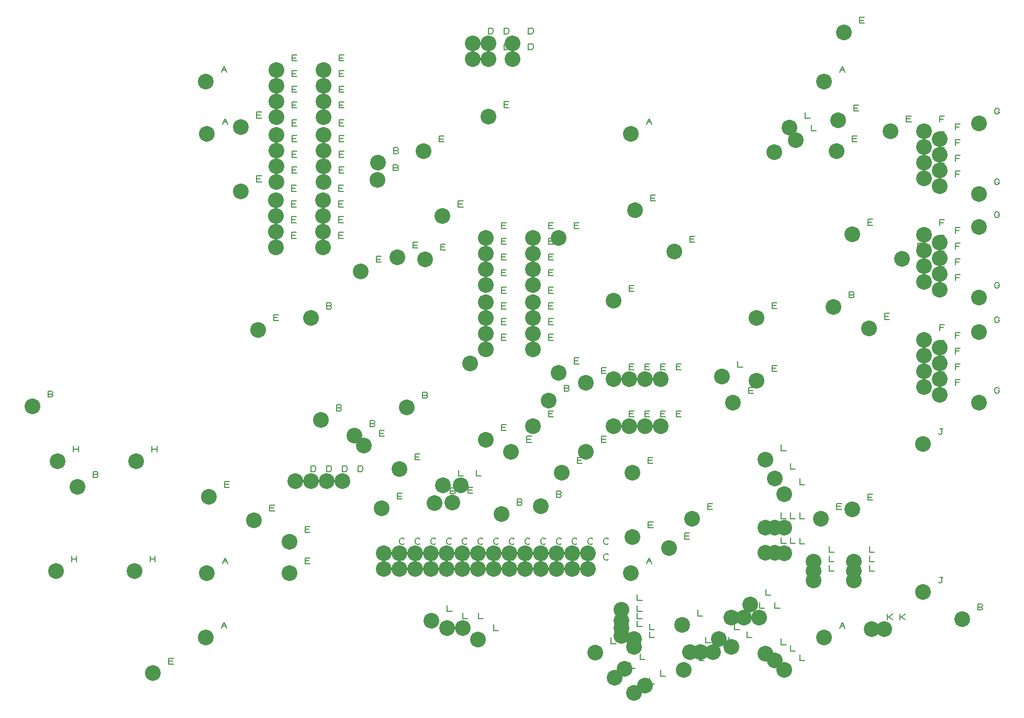
<source format=gbr>
%FSLAX23Y23*%
%MOIN*%
G04 EasyPC Gerber Version 14.0.2 Build 2922 *
%ADD18C,0.00500*%
%ADD83C,0.10000*%
X0Y0D02*
D02*
D18*
X377Y2089D02*
X383Y2086D01*
X386Y2080*
X383Y2074*
X377Y2071*
X355*
Y2108*
X377*
X383Y2105*
X386Y2099*
X383Y2092*
X377Y2089*
X355*
X505Y1021D02*
Y1058D01*
Y1039D02*
X536D01*
Y1021D02*
Y1058D01*
X518Y1721D02*
Y1758D01*
Y1739D02*
X549D01*
Y1721D02*
Y1758D01*
X665Y1577D02*
X671Y1574D01*
X674Y1567*
X671Y1561*
X665Y1558*
X643*
Y1596*
X665*
X671Y1592*
X674Y1586*
X671Y1580*
X665Y1577*
X643*
X1005Y1021D02*
Y1058D01*
Y1039D02*
X1036D01*
Y1021D02*
Y1058D01*
X1018Y1721D02*
Y1758D01*
Y1739D02*
X1049D01*
Y1721D02*
Y1758D01*
X1124Y369D02*
Y406D01*
X1156*
X1149Y388D02*
X1124D01*
Y369D02*
X1156D01*
X1461Y598D02*
X1476Y635D01*
X1492Y598*
X1467Y613D02*
X1486D01*
X1461Y4141D02*
X1476Y4178D01*
X1492Y4141*
X1467Y4156D02*
X1486D01*
X1468Y1008D02*
X1483Y1046D01*
X1499Y1008*
X1474Y1024D02*
X1493D01*
X1468Y3808D02*
X1483Y3846D01*
X1499Y3808*
X1474Y3824D02*
X1493D01*
X1480Y1496D02*
Y1533D01*
X1511*
X1505Y1514D02*
X1480D01*
Y1496D02*
X1511D01*
X1683Y3442D02*
Y3480D01*
X1715*
X1708Y3461D02*
X1683D01*
Y3442D02*
X1715D01*
X1683Y3849D02*
Y3887D01*
X1715*
X1708Y3868D02*
X1683D01*
Y3849D02*
X1715D01*
X1768Y1346D02*
Y1383D01*
X1799*
X1793Y1364D02*
X1768D01*
Y1346D02*
X1799D01*
X1793Y2558D02*
Y2596D01*
X1824*
X1818Y2577D02*
X1793D01*
Y2558D02*
X1824D01*
X1905Y3083D02*
Y3121D01*
X1936*
X1930Y3102D02*
X1905D01*
Y3083D02*
X1936D01*
X1905Y3183D02*
Y3221D01*
X1936*
X1930Y3202D02*
X1905D01*
Y3183D02*
X1936D01*
X1905Y3283D02*
Y3321D01*
X1936*
X1930Y3302D02*
X1905D01*
Y3283D02*
X1936D01*
X1905Y3383D02*
Y3421D01*
X1936*
X1930Y3402D02*
X1905D01*
Y3383D02*
X1936D01*
X1909Y3499D02*
Y3537D01*
X1940*
X1934Y3518D02*
X1909D01*
Y3499D02*
X1940D01*
X1909Y3599D02*
Y3637D01*
X1940*
X1934Y3618D02*
X1909D01*
Y3599D02*
X1940D01*
X1909Y3699D02*
Y3737D01*
X1940*
X1934Y3718D02*
X1909D01*
Y3699D02*
X1940D01*
X1909Y3799D02*
Y3837D01*
X1940*
X1934Y3818D02*
X1909D01*
Y3799D02*
X1940D01*
X1909Y3914D02*
Y3952D01*
X1940*
X1934Y3933D02*
X1909D01*
Y3914D02*
X1940D01*
X1909Y4014D02*
Y4052D01*
X1940*
X1934Y4033D02*
X1909D01*
Y4014D02*
X1940D01*
X1909Y4114D02*
Y4152D01*
X1940*
X1934Y4133D02*
X1909D01*
Y4114D02*
X1940D01*
X1909Y4214D02*
Y4252D01*
X1940*
X1934Y4233D02*
X1909D01*
Y4214D02*
X1940D01*
X1993Y1008D02*
Y1046D01*
X2024*
X2018Y1027D02*
X1993D01*
Y1008D02*
X2024D01*
X1993Y1208D02*
Y1246D01*
X2024*
X2018Y1227D02*
X1993D01*
Y1208D02*
X2024D01*
X2030Y1596D02*
Y1633D01*
X2049*
X2055Y1630*
X2058Y1627*
X2061Y1621*
Y1608*
X2058Y1602*
X2055Y1599*
X2049Y1596*
X2030*
X2130D02*
Y1633D01*
X2149*
X2155Y1630*
X2158Y1627*
X2161Y1621*
Y1608*
X2158Y1602*
X2155Y1599*
X2149Y1596*
X2130*
X2152Y2652D02*
X2158Y2649D01*
X2161Y2642*
X2158Y2636*
X2152Y2633*
X2130*
Y2671*
X2152*
X2158Y2667*
X2161Y2661*
X2158Y2655*
X2152Y2652*
X2130*
X2215Y2002D02*
X2221Y1999D01*
X2224Y1992*
X2221Y1986*
X2215Y1983*
X2193*
Y2021*
X2215*
X2221Y2017*
X2224Y2011*
X2221Y2005*
X2215Y2002*
X2193*
X2205Y3083D02*
Y3121D01*
X2236*
X2230Y3102D02*
X2205D01*
Y3083D02*
X2236D01*
X2205Y3183D02*
Y3221D01*
X2236*
X2230Y3202D02*
X2205D01*
Y3183D02*
X2236D01*
X2205Y3283D02*
Y3321D01*
X2236*
X2230Y3302D02*
X2205D01*
Y3283D02*
X2236D01*
X2205Y3383D02*
Y3421D01*
X2236*
X2230Y3402D02*
X2205D01*
Y3383D02*
X2236D01*
X2209Y3499D02*
Y3537D01*
X2240*
X2234Y3518D02*
X2209D01*
Y3499D02*
X2240D01*
X2209Y3599D02*
Y3637D01*
X2240*
X2234Y3618D02*
X2209D01*
Y3599D02*
X2240D01*
X2209Y3699D02*
Y3737D01*
X2240*
X2234Y3718D02*
X2209D01*
Y3699D02*
X2240D01*
X2209Y3799D02*
Y3837D01*
X2240*
X2234Y3818D02*
X2209D01*
Y3799D02*
X2240D01*
X2209Y3914D02*
Y3952D01*
X2240*
X2234Y3933D02*
X2209D01*
Y3914D02*
X2240D01*
X2209Y4014D02*
Y4052D01*
X2240*
X2234Y4033D02*
X2209D01*
Y4014D02*
X2240D01*
X2209Y4114D02*
Y4152D01*
X2240*
X2234Y4133D02*
X2209D01*
Y4114D02*
X2240D01*
X2209Y4214D02*
Y4252D01*
X2240*
X2234Y4233D02*
X2209D01*
Y4214D02*
X2240D01*
X2230Y1596D02*
Y1633D01*
X2249*
X2255Y1630*
X2258Y1627*
X2261Y1621*
Y1608*
X2258Y1602*
X2255Y1599*
X2249Y1596*
X2230*
X2330D02*
Y1633D01*
X2349*
X2355Y1630*
X2358Y1627*
X2361Y1621*
Y1608*
X2358Y1602*
X2355Y1599*
X2349Y1596*
X2330*
X2427Y1902D02*
X2433Y1899D01*
X2436Y1892*
X2433Y1886*
X2427Y1883*
X2405*
Y1921*
X2427*
X2433Y1917*
X2436Y1911*
X2433Y1905*
X2427Y1902*
X2405*
X2445Y2930D02*
Y2968D01*
X2476*
X2470Y2949D02*
X2445D01*
Y2930D02*
X2476D01*
X2465Y1820D02*
Y1857D01*
X2496*
X2490Y1839D02*
X2465D01*
Y1820D02*
X2496D01*
X2575Y3533D02*
X2582Y3530D01*
X2585Y3524*
X2582Y3518*
X2575Y3515*
X2553*
Y3552*
X2575*
X2582Y3549*
X2585Y3543*
X2582Y3537*
X2575Y3533*
X2553*
X2577Y3642D02*
X2583Y3639D01*
X2587Y3632*
X2583Y3626*
X2577Y3623*
X2555*
Y3661*
X2577*
X2583Y3657*
X2587Y3651*
X2583Y3645*
X2577Y3642*
X2555*
X2580Y1421D02*
Y1458D01*
X2611*
X2605Y1439D02*
X2580D01*
Y1421D02*
X2611D01*
X2624Y1039D02*
X2621Y1036D01*
X2615Y1033*
X2605*
X2599Y1036*
X2596Y1039*
X2593Y1046*
Y1058*
X2596Y1064*
X2599Y1067*
X2605Y1071*
X2615*
X2621Y1067*
X2624Y1064*
Y1139D02*
X2621Y1136D01*
X2615Y1133*
X2605*
X2599Y1136*
X2596Y1139*
X2593Y1146*
Y1158*
X2596Y1164*
X2599Y1167*
X2605Y1171*
X2615*
X2621Y1167*
X2624Y1164*
X2680Y3021D02*
Y3058D01*
X2711*
X2705Y3039D02*
X2680D01*
Y3021D02*
X2711D01*
X2724Y1039D02*
X2721Y1036D01*
X2715Y1033*
X2705*
X2699Y1036*
X2696Y1039*
X2693Y1046*
Y1058*
X2696Y1064*
X2699Y1067*
X2705Y1071*
X2715*
X2721Y1067*
X2724Y1064*
Y1139D02*
X2721Y1136D01*
X2715Y1133*
X2705*
X2699Y1136*
X2696Y1139*
X2693Y1146*
Y1158*
X2696Y1164*
X2699Y1167*
X2705Y1171*
X2715*
X2721Y1167*
X2724Y1164*
X2693Y1671D02*
Y1708D01*
X2724*
X2718Y1689D02*
X2693D01*
Y1671D02*
X2724D01*
X2762Y2083D02*
X2768Y2080D01*
X2772Y2073*
X2768Y2067*
X2762Y2064*
X2740*
Y2102*
X2762*
X2768Y2098*
X2772Y2092*
X2768Y2086*
X2762Y2083*
X2740*
X2824Y1039D02*
X2821Y1036D01*
X2815Y1033*
X2805*
X2799Y1036*
X2796Y1039*
X2793Y1046*
Y1058*
X2796Y1064*
X2799Y1067*
X2805Y1071*
X2815*
X2821Y1067*
X2824Y1064*
Y1139D02*
X2821Y1136D01*
X2815Y1133*
X2805*
X2799Y1136*
X2796Y1139*
X2793Y1146*
Y1158*
X2796Y1164*
X2799Y1167*
X2805Y1171*
X2815*
X2821Y1167*
X2824Y1164*
X2847Y3697D02*
Y3734D01*
X2878*
X2872Y3715D02*
X2847D01*
Y3697D02*
X2878D01*
X2855Y3008D02*
Y3046D01*
X2886*
X2880Y3027D02*
X2855D01*
Y3008D02*
X2886D01*
X2924Y1039D02*
X2921Y1036D01*
X2915Y1033*
X2905*
X2899Y1036*
X2896Y1039*
X2893Y1046*
Y1058*
X2896Y1064*
X2899Y1067*
X2905Y1071*
X2915*
X2921Y1067*
X2924Y1064*
Y1139D02*
X2921Y1136D01*
X2915Y1133*
X2905*
X2899Y1136*
X2896Y1139*
X2893Y1146*
Y1158*
X2896Y1164*
X2899Y1167*
X2905Y1171*
X2915*
X2921Y1167*
X2924Y1164*
X2898Y742D02*
Y705D01*
X2929*
X2939Y1473D02*
X2946Y1469D01*
X2949Y1463*
X2946Y1457*
X2939Y1454*
X2917*
Y1491*
X2939*
X2946Y1488*
X2949Y1482*
X2946Y1476*
X2939Y1473*
X2917*
X2968Y3283D02*
Y3321D01*
X2999*
X2993Y3302D02*
X2968D01*
Y3283D02*
X2999D01*
X2969Y1605D02*
Y1568D01*
X3000*
X3024Y1039D02*
X3021Y1036D01*
X3015Y1033*
X3005*
X2999Y1036*
X2996Y1039*
X2993Y1046*
Y1058*
X2996Y1064*
X2999Y1067*
X3005Y1071*
X3015*
X3021Y1067*
X3024Y1064*
Y1139D02*
X3021Y1136D01*
X3015Y1133*
X3005*
X2999Y1136*
X2996Y1139*
X2993Y1146*
Y1158*
X2996Y1164*
X2999Y1167*
X3005Y1171*
X3015*
X3021Y1167*
X3024Y1164*
X2996Y696D02*
Y659D01*
X3027*
X3030Y1458D02*
Y1496D01*
X3061*
X3055Y1477D02*
X3030D01*
Y1458D02*
X3061D01*
X3083Y1605D02*
Y1568D01*
X3114*
X3124Y1039D02*
X3121Y1036D01*
X3115Y1033*
X3105*
X3099Y1036*
X3096Y1039*
X3093Y1046*
Y1058*
X3096Y1064*
X3099Y1067*
X3105Y1071*
X3115*
X3121Y1067*
X3124Y1064*
Y1139D02*
X3121Y1136D01*
X3115Y1133*
X3105*
X3099Y1136*
X3096Y1139*
X3093Y1146*
Y1158*
X3096Y1164*
X3099Y1167*
X3105Y1171*
X3115*
X3121Y1167*
X3124Y1164*
X3095Y694D02*
Y657D01*
X3126*
X3143Y2346D02*
Y2383D01*
X3174*
X3168Y2364D02*
X3143D01*
Y2346D02*
X3174D01*
X3159Y4286D02*
Y4323D01*
X3178*
X3184Y4320*
X3187Y4317*
X3190Y4311*
Y4298*
X3187Y4292*
X3184Y4289*
X3178Y4286*
X3159*
Y4386D02*
Y4423D01*
X3178*
X3184Y4420*
X3187Y4417*
X3190Y4411*
Y4398*
X3187Y4392*
X3184Y4389*
X3178Y4386*
X3159*
X3224Y1039D02*
X3221Y1036D01*
X3215Y1033*
X3205*
X3199Y1036*
X3196Y1039*
X3193Y1046*
Y1058*
X3196Y1064*
X3199Y1067*
X3205Y1071*
X3215*
X3221Y1067*
X3224Y1064*
Y1139D02*
X3221Y1136D01*
X3215Y1133*
X3205*
X3199Y1136*
X3196Y1139*
X3193Y1146*
Y1158*
X3196Y1164*
X3199Y1167*
X3205Y1171*
X3215*
X3221Y1167*
X3224Y1164*
X3193Y621D02*
Y583D01*
X3224*
X3243Y1858D02*
Y1896D01*
X3274*
X3268Y1877D02*
X3243D01*
Y1858D02*
X3274D01*
X3243Y2433D02*
Y2471D01*
X3274*
X3268Y2452D02*
X3243D01*
Y2433D02*
X3274D01*
X3243Y2533D02*
Y2571D01*
X3274*
X3268Y2552D02*
X3243D01*
Y2533D02*
X3274D01*
X3243Y2633D02*
Y2671D01*
X3274*
X3268Y2652D02*
X3243D01*
Y2633D02*
X3274D01*
X3243Y2733D02*
Y2771D01*
X3274*
X3268Y2752D02*
X3243D01*
Y2733D02*
X3274D01*
X3243Y2846D02*
Y2883D01*
X3274*
X3268Y2864D02*
X3243D01*
Y2846D02*
X3274D01*
X3243Y2946D02*
Y2983D01*
X3274*
X3268Y2964D02*
X3243D01*
Y2946D02*
X3274D01*
X3243Y3046D02*
Y3083D01*
X3274*
X3268Y3064D02*
X3243D01*
Y3046D02*
X3274D01*
X3243Y3146D02*
Y3183D01*
X3274*
X3268Y3164D02*
X3243D01*
Y3146D02*
X3274D01*
X3259Y3916D02*
Y3954D01*
X3290*
X3284Y3935D02*
X3259D01*
Y3916D02*
X3290D01*
X3259Y4286D02*
Y4323D01*
X3278*
X3284Y4320*
X3287Y4317*
X3290Y4311*
Y4298*
X3287Y4292*
X3284Y4289*
X3278Y4286*
X3259*
Y4386D02*
Y4423D01*
X3278*
X3284Y4420*
X3287Y4417*
X3290Y4411*
Y4398*
X3287Y4392*
X3284Y4389*
X3278Y4386*
X3259*
X3324Y1039D02*
X3321Y1036D01*
X3315Y1033*
X3305*
X3299Y1036*
X3296Y1039*
X3293Y1046*
Y1058*
X3296Y1064*
X3299Y1067*
X3305Y1071*
X3315*
X3321Y1067*
X3324Y1064*
Y1139D02*
X3321Y1136D01*
X3315Y1133*
X3305*
X3299Y1136*
X3296Y1139*
X3293Y1146*
Y1158*
X3296Y1164*
X3299Y1167*
X3305Y1171*
X3315*
X3321Y1167*
X3324Y1164*
X3365Y1402D02*
X3371Y1399D01*
X3374Y1392*
X3371Y1386*
X3365Y1383*
X3343*
Y1421*
X3365*
X3371Y1417*
X3374Y1411*
X3371Y1405*
X3365Y1402*
X3343*
X3424Y1039D02*
X3421Y1036D01*
X3415Y1033*
X3405*
X3399Y1036*
X3396Y1039*
X3393Y1046*
Y1058*
X3396Y1064*
X3399Y1067*
X3405Y1071*
X3415*
X3421Y1067*
X3424Y1064*
Y1139D02*
X3421Y1136D01*
X3415Y1133*
X3405*
X3399Y1136*
X3396Y1139*
X3393Y1146*
Y1158*
X3396Y1164*
X3399Y1167*
X3405Y1171*
X3415*
X3421Y1167*
X3424Y1164*
X3404Y1782D02*
Y1820D01*
X3435*
X3429Y1801D02*
X3404D01*
Y1782D02*
X3435D01*
X3414Y4286D02*
Y4323D01*
X3432*
X3439Y4320*
X3442Y4317*
X3445Y4311*
Y4298*
X3442Y4292*
X3439Y4289*
X3432Y4286*
X3414*
Y4386D02*
Y4423D01*
X3432*
X3439Y4420*
X3442Y4417*
X3445Y4411*
Y4398*
X3442Y4392*
X3439Y4389*
X3432Y4386*
X3414*
X3524Y1039D02*
X3521Y1036D01*
X3515Y1033*
X3505*
X3499Y1036*
X3496Y1039*
X3493Y1046*
Y1058*
X3496Y1064*
X3499Y1067*
X3505Y1071*
X3515*
X3521Y1067*
X3524Y1064*
Y1139D02*
X3521Y1136D01*
X3515Y1133*
X3505*
X3499Y1136*
X3496Y1139*
X3493Y1146*
Y1158*
X3496Y1164*
X3499Y1167*
X3505Y1171*
X3515*
X3521Y1167*
X3524Y1164*
X3543Y1946D02*
Y1983D01*
X3574*
X3568Y1964D02*
X3543D01*
Y1946D02*
X3574D01*
X3543Y2433D02*
Y2471D01*
X3574*
X3568Y2452D02*
X3543D01*
Y2433D02*
X3574D01*
X3543Y2533D02*
Y2571D01*
X3574*
X3568Y2552D02*
X3543D01*
Y2533D02*
X3574D01*
X3543Y2633D02*
Y2671D01*
X3574*
X3568Y2652D02*
X3543D01*
Y2633D02*
X3574D01*
X3543Y2733D02*
Y2771D01*
X3574*
X3568Y2752D02*
X3543D01*
Y2733D02*
X3574D01*
X3543Y2846D02*
Y2883D01*
X3574*
X3568Y2864D02*
X3543D01*
Y2846D02*
X3574D01*
X3543Y2946D02*
Y2983D01*
X3574*
X3568Y2964D02*
X3543D01*
Y2946D02*
X3574D01*
X3543Y3046D02*
Y3083D01*
X3574*
X3568Y3064D02*
X3543D01*
Y3046D02*
X3574D01*
X3543Y3146D02*
Y3183D01*
X3574*
X3568Y3164D02*
X3543D01*
Y3146D02*
X3574D01*
X3624Y1039D02*
X3621Y1036D01*
X3615Y1033*
X3605*
X3599Y1036*
X3596Y1039*
X3593Y1046*
Y1058*
X3596Y1064*
X3599Y1067*
X3605Y1071*
X3615*
X3621Y1067*
X3624Y1064*
Y1139D02*
X3621Y1136D01*
X3615Y1133*
X3605*
X3599Y1136*
X3596Y1139*
X3593Y1146*
Y1158*
X3596Y1164*
X3599Y1167*
X3605Y1171*
X3615*
X3621Y1167*
X3624Y1164*
X3615Y1452D02*
X3621Y1449D01*
X3624Y1442*
X3621Y1436*
X3615Y1433*
X3593*
Y1471*
X3615*
X3621Y1467*
X3624Y1461*
X3621Y1455*
X3615Y1452*
X3593*
X3665Y2127D02*
X3671Y2124D01*
X3674Y2117*
X3671Y2111*
X3665Y2108*
X3643*
Y2146*
X3665*
X3671Y2142*
X3674Y2136*
X3671Y2130*
X3665Y2127*
X3643*
X3724Y1039D02*
X3721Y1036D01*
X3715Y1033*
X3705*
X3699Y1036*
X3696Y1039*
X3693Y1046*
Y1058*
X3696Y1064*
X3699Y1067*
X3705Y1071*
X3715*
X3721Y1067*
X3724Y1064*
Y1139D02*
X3721Y1136D01*
X3715Y1133*
X3705*
X3699Y1136*
X3696Y1139*
X3693Y1146*
Y1158*
X3696Y1164*
X3699Y1167*
X3705Y1171*
X3715*
X3721Y1167*
X3724Y1164*
X3705Y2283D02*
Y2321D01*
X3736*
X3730Y2302D02*
X3705D01*
Y2283D02*
X3736D01*
X3705Y3146D02*
Y3183D01*
X3736*
X3730Y3164D02*
X3705D01*
Y3146D02*
X3736D01*
X3725Y1649D02*
Y1686D01*
X3756*
X3750Y1667D02*
X3725D01*
Y1649D02*
X3756D01*
X3824Y1039D02*
X3821Y1036D01*
X3815Y1033*
X3805*
X3799Y1036*
X3796Y1039*
X3793Y1046*
Y1058*
X3796Y1064*
X3799Y1067*
X3805Y1071*
X3815*
X3821Y1067*
X3824Y1064*
Y1139D02*
X3821Y1136D01*
X3815Y1133*
X3805*
X3799Y1136*
X3796Y1139*
X3793Y1146*
Y1158*
X3796Y1164*
X3799Y1167*
X3805Y1171*
X3815*
X3821Y1167*
X3824Y1164*
X3880Y2221D02*
Y2258D01*
X3911*
X3905Y2239D02*
X3880D01*
Y2221D02*
X3911D01*
X3880Y1782D02*
Y1820D01*
X3911*
X3905Y1801D02*
X3880D01*
Y1782D02*
X3911D01*
X3924Y1039D02*
X3921Y1036D01*
X3915Y1033*
X3905*
X3899Y1036*
X3896Y1039*
X3893Y1046*
Y1058*
X3896Y1064*
X3899Y1067*
X3905Y1071*
X3915*
X3921Y1067*
X3924Y1064*
Y1139D02*
X3921Y1136D01*
X3915Y1133*
X3905*
X3899Y1136*
X3896Y1139*
X3893Y1146*
Y1158*
X3896Y1164*
X3899Y1167*
X3905Y1171*
X3915*
X3921Y1167*
X3924Y1164*
X3941Y537D02*
Y499D01*
X3972*
X4055Y1946D02*
Y1983D01*
X4086*
X4080Y1964D02*
X4055D01*
Y1946D02*
X4086D01*
X4055Y2246D02*
Y2283D01*
X4086*
X4080Y2264D02*
X4055D01*
Y2246D02*
X4086D01*
X4055Y2746D02*
Y2783D01*
X4086*
X4080Y2764D02*
X4055D01*
Y2746D02*
X4086D01*
X4063Y377D02*
Y340D01*
X4094*
X4108Y645D02*
Y607D01*
X4140*
X4108Y694D02*
Y657D01*
X4140*
X4108Y743D02*
Y706D01*
X4140*
X4108Y812D02*
Y775D01*
X4140*
X4126Y436D02*
Y399D01*
X4157*
X4155Y1946D02*
Y1983D01*
X4186*
X4180Y1964D02*
X4155D01*
Y1946D02*
X4186D01*
X4155Y2246D02*
Y2283D01*
X4186*
X4180Y2264D02*
X4155D01*
Y2246D02*
X4186D01*
X4168Y1008D02*
X4183Y1046D01*
X4199Y1008*
X4174Y1024D02*
X4193D01*
X4168Y3808D02*
X4183Y3846D01*
X4199Y3808*
X4174Y3824D02*
X4193D01*
X4175Y1649D02*
Y1686D01*
X4207*
X4200Y1667D02*
X4175D01*
Y1649D02*
X4207D01*
X4177Y1237D02*
Y1275D01*
X4209*
X4202Y1256D02*
X4177D01*
Y1237D02*
X4209D01*
X4187Y281D02*
Y243D01*
X4218*
X4187Y576D02*
Y538D01*
X4218*
X4187Y625D02*
Y588D01*
X4218*
X4193Y3321D02*
Y3358D01*
X4224*
X4218Y3339D02*
X4193D01*
Y3321D02*
X4224D01*
X4255Y1946D02*
Y1983D01*
X4286*
X4280Y1964D02*
X4255D01*
Y1946D02*
X4286D01*
X4255Y2246D02*
Y2283D01*
X4286*
X4280Y2264D02*
X4255D01*
Y2246D02*
X4286D01*
X4256Y330D02*
Y292D01*
X4287*
X4355Y1946D02*
Y1983D01*
X4386*
X4380Y1964D02*
X4355D01*
Y1946D02*
X4386D01*
X4355Y2246D02*
Y2283D01*
X4386*
X4380Y2264D02*
X4355D01*
Y2246D02*
X4386D01*
X4410Y1166D02*
Y1204D01*
X4441*
X4435Y1185D02*
X4410D01*
Y1166D02*
X4441D01*
X4443Y3058D02*
Y3096D01*
X4474*
X4468Y3077D02*
X4443D01*
Y3058D02*
X4474D01*
X4492Y714D02*
Y676D01*
X4524*
X4502Y428D02*
Y391D01*
X4533*
X4543Y542D02*
Y505D01*
X4575*
X4555Y1355D02*
Y1393D01*
X4587*
X4580Y1374D02*
X4555D01*
Y1355D02*
X4587D01*
X4610Y542D02*
Y505D01*
X4642*
X4689Y542D02*
Y505D01*
X4720*
X4728Y625D02*
Y588D01*
X4760*
X4748Y2298D02*
Y2261D01*
X4779*
X4807Y576D02*
Y538D01*
X4838*
X4807Y763D02*
Y725D01*
X4838*
X4817Y2094D02*
Y2131D01*
X4848*
X4842Y2112D02*
X4817D01*
Y2094D02*
X4848D01*
X4886Y763D02*
Y725D01*
X4917*
X4927Y846D02*
Y808D01*
X4958*
X4965Y2235D02*
Y2272D01*
X4996*
X4990Y2254D02*
X4965D01*
Y2235D02*
X4996D01*
X4965Y2635D02*
Y2672D01*
X4996*
X4990Y2654D02*
X4965D01*
Y2635D02*
X4996D01*
X4984Y763D02*
Y725D01*
X5016*
X5024Y531D02*
Y493D01*
X5055*
X5024Y1176D02*
Y1139D01*
X5055*
X5024Y1334D02*
Y1296D01*
X5055*
X5024Y1767D02*
Y1729D01*
X5055*
X5079Y3690D02*
Y3728D01*
X5110*
X5104Y3709D02*
X5079D01*
Y3690D02*
X5110D01*
X5083Y487D02*
Y450D01*
X5114*
X5083Y1176D02*
Y1139D01*
X5114*
X5083Y1334D02*
Y1296D01*
X5114*
X5083Y1649D02*
Y1611D01*
X5114*
X5142Y428D02*
Y391D01*
X5173*
X5142Y1172D02*
Y1135D01*
X5173*
X5142Y1334D02*
Y1296D01*
X5173*
X5142Y1550D02*
Y1513D01*
X5173*
X5177Y3886D02*
Y3848D01*
X5209*
X5217Y3806D02*
Y3769D01*
X5248*
X5329Y999D02*
Y962D01*
X5360*
X5329Y1058D02*
Y1021D01*
X5360*
X5329Y1117D02*
Y1080D01*
X5360*
X5378Y1355D02*
Y1393D01*
X5409*
X5403Y1374D02*
X5378D01*
Y1355D02*
X5409D01*
X5398Y596D02*
X5413Y634D01*
X5429Y596*
X5404Y612D02*
X5423D01*
X5398Y4141D02*
X5413Y4178D01*
X5429Y4141*
X5404Y4156D02*
X5423D01*
X5479Y2723D02*
X5485Y2719D01*
X5488Y2713*
X5485Y2707*
X5479Y2704*
X5457*
Y2741*
X5479*
X5485Y2738*
X5488Y2732*
X5485Y2726*
X5479Y2723*
X5457*
X5477Y3698D02*
Y3735D01*
X5508*
X5502Y3717D02*
X5477D01*
Y3698D02*
X5508D01*
X5486Y3895D02*
Y3932D01*
X5518*
X5511Y3913D02*
X5486D01*
Y3895D02*
X5518D01*
X5523Y4454D02*
Y4491D01*
X5554*
X5548Y4473D02*
X5523D01*
Y4454D02*
X5554D01*
X5575Y1414D02*
Y1452D01*
X5606*
X5600Y1433D02*
X5575D01*
Y1414D02*
X5606D01*
X5575Y3166D02*
Y3204D01*
X5606*
X5600Y3185D02*
X5575D01*
Y3166D02*
X5606D01*
X5585Y999D02*
Y962D01*
X5616*
X5585Y1058D02*
Y1021D01*
X5616*
X5585Y1117D02*
Y1080D01*
X5616*
X5683Y2566D02*
Y2604D01*
X5714*
X5708Y2585D02*
X5683D01*
Y2566D02*
X5714D01*
X5700Y651D02*
Y688D01*
Y669D02*
X5710D01*
X5732Y688*
X5710Y669D02*
X5732Y651D01*
X5780D02*
Y688D01*
Y669D02*
X5790D01*
X5812Y688*
X5790Y669D02*
X5812Y651D01*
X5821Y3826D02*
Y3863D01*
X5852*
X5846Y3845D02*
X5821D01*
Y3826D02*
X5852D01*
X5916Y3032D02*
X5922Y3028D01*
X5925Y3022*
X5922Y3016*
X5916Y3013*
X5894*
Y3050*
X5916*
X5922Y3047*
X5925Y3041*
X5922Y3035*
X5916Y3032*
X5894*
X6028Y892D02*
X6031Y889D01*
X6037Y886*
X6043Y889*
X6046Y892*
Y923*
X6053*
X6046D02*
X6034D01*
X6028Y1837D02*
X6031Y1834D01*
X6037Y1831*
X6043Y1834*
X6046Y1837*
Y1868*
X6053*
X6046D02*
X6034D01*
X6032Y2195D02*
Y2232D01*
X6063*
X6057Y2214D02*
X6032D01*
Y2295D02*
Y2332D01*
X6063*
X6057Y2314D02*
X6032D01*
Y2395D02*
Y2432D01*
X6063*
X6057Y2414D02*
X6032D01*
Y2495D02*
Y2532D01*
X6063*
X6057Y2514D02*
X6032D01*
Y2864D02*
Y2902D01*
X6063*
X6057Y2883D02*
X6032D01*
Y2964D02*
Y3002D01*
X6063*
X6057Y2983D02*
X6032D01*
Y3064D02*
Y3102D01*
X6063*
X6057Y3083D02*
X6032D01*
Y3164D02*
Y3202D01*
X6063*
X6057Y3183D02*
X6032D01*
Y3524D02*
Y3561D01*
X6063*
X6057Y3542D02*
X6032D01*
Y3624D02*
Y3661D01*
X6063*
X6057Y3642D02*
X6032D01*
Y3724D02*
Y3761D01*
X6063*
X6057Y3742D02*
X6032D01*
Y3824D02*
Y3861D01*
X6063*
X6057Y3842D02*
X6032D01*
X6132Y2145D02*
Y2182D01*
X6163*
X6157Y2164D02*
X6132D01*
Y2245D02*
Y2282D01*
X6163*
X6157Y2264D02*
X6132D01*
Y2345D02*
Y2382D01*
X6163*
X6157Y2364D02*
X6132D01*
Y2445D02*
Y2482D01*
X6163*
X6157Y2464D02*
X6132D01*
Y2814D02*
Y2852D01*
X6163*
X6157Y2833D02*
X6132D01*
Y2914D02*
Y2952D01*
X6163*
X6157Y2933D02*
X6132D01*
Y3014D02*
Y3052D01*
X6163*
X6157Y3033D02*
X6132D01*
Y3114D02*
Y3152D01*
X6163*
X6157Y3133D02*
X6132D01*
Y3474D02*
Y3511D01*
X6163*
X6157Y3492D02*
X6132D01*
Y3574D02*
Y3611D01*
X6163*
X6157Y3592D02*
X6132D01*
Y3674D02*
Y3711D01*
X6163*
X6157Y3692D02*
X6132D01*
Y3774D02*
Y3811D01*
X6163*
X6157Y3792D02*
X6132D01*
X6298Y732D02*
X6304Y729D01*
X6307Y723*
X6304Y717*
X6298Y714*
X6276*
Y751*
X6298*
X6304Y748*
X6307Y742*
X6304Y736*
X6298Y732*
X6276*
X6404Y2111D02*
X6413D01*
Y2107*
X6410Y2101*
X6407Y2098*
X6401Y2095*
X6395*
X6388Y2098*
X6385Y2101*
X6382Y2107*
Y2120*
X6385Y2126*
X6388Y2129*
X6395Y2132*
X6401*
X6407Y2129*
X6410Y2126*
X6413Y2120*
X6404Y2561D02*
X6413D01*
Y2557*
X6410Y2551*
X6407Y2548*
X6401Y2545*
X6395*
X6388Y2548*
X6385Y2551*
X6382Y2557*
Y2570*
X6385Y2576*
X6388Y2579*
X6395Y2582*
X6401*
X6407Y2579*
X6410Y2576*
X6413Y2570*
X6404Y2780D02*
X6413D01*
Y2777*
X6410Y2770*
X6407Y2767*
X6401Y2764*
X6395*
X6388Y2767*
X6385Y2770*
X6382Y2777*
Y2789*
X6385Y2795*
X6388Y2799*
X6395Y2802*
X6401*
X6407Y2799*
X6410Y2795*
X6413Y2789*
X6404Y3230D02*
X6413D01*
Y3227*
X6410Y3220*
X6407Y3217*
X6401Y3214*
X6395*
X6388Y3217*
X6385Y3220*
X6382Y3227*
Y3239*
X6385Y3245*
X6388Y3249*
X6395Y3252*
X6401*
X6407Y3249*
X6410Y3245*
X6413Y3239*
X6404Y3439D02*
X6413D01*
Y3436*
X6410Y3430*
X6407Y3427*
X6401Y3424*
X6395*
X6388Y3427*
X6385Y3430*
X6382Y3436*
Y3449*
X6385Y3455*
X6388Y3458*
X6395Y3461*
X6401*
X6407Y3458*
X6410Y3455*
X6413Y3449*
X6404Y3889D02*
X6413D01*
Y3886*
X6410Y3880*
X6407Y3877*
X6401Y3874*
X6395*
X6388Y3877*
X6385Y3880*
X6382Y3886*
Y3899*
X6385Y3905*
X6388Y3908*
X6395Y3911*
X6401*
X6407Y3908*
X6410Y3905*
X6413Y3899*
D02*
D83*
X255Y2011D03*
X405Y961D03*
X418Y1661D03*
X543Y1499D03*
X905Y961D03*
X918Y1661D03*
X1024Y310D03*
X1361Y538D03*
Y4081D03*
X1368Y949D03*
Y3749D03*
X1380Y1436D03*
X1583Y3383D03*
Y3790D03*
X1668Y1286D03*
X1693Y2499D03*
X1805Y3024D03*
Y3124D03*
Y3224D03*
Y3324D03*
X1809Y3440D03*
Y3540D03*
Y3640D03*
Y3740D03*
Y3855D03*
Y3955D03*
Y4055D03*
Y4155D03*
X1893Y949D03*
Y1149D03*
X1930Y1536D03*
X2030D03*
Y2574D03*
X2093Y1924D03*
X2105Y3024D03*
Y3124D03*
Y3224D03*
Y3324D03*
X2109Y3440D03*
Y3540D03*
Y3640D03*
Y3740D03*
Y3855D03*
Y3955D03*
Y4055D03*
Y4155D03*
X2130Y1536D03*
X2230D03*
X2305Y1824D03*
X2345Y2871D03*
X2365Y1761D03*
X2453Y3455D03*
X2455Y3564D03*
X2480Y1361D03*
X2493Y974D03*
Y1074D03*
X2580Y2961D03*
X2593Y974D03*
Y1074D03*
Y1611D03*
X2640Y2005D03*
X2693Y974D03*
Y1074D03*
X2747Y3637D03*
X2755Y2949D03*
X2793Y974D03*
Y1074D03*
X2798Y645D03*
X2817Y1394D03*
X2868Y3224D03*
X2869Y1509D03*
X2893Y974D03*
Y1074D03*
X2896Y599D03*
X2930Y1399D03*
X2983Y1509D03*
X2993Y974D03*
Y1074D03*
X2995Y597D03*
X3043Y2286D03*
X3059Y4226D03*
Y4326D03*
X3093Y974D03*
Y1074D03*
X3093Y524D03*
X3143Y1799D03*
Y2374D03*
Y2474D03*
Y2574D03*
Y2674D03*
Y2786D03*
Y2886D03*
Y2986D03*
Y3086D03*
X3159Y3857D03*
Y4226D03*
Y4326D03*
X3193Y974D03*
Y1074D03*
X3243Y1324D03*
X3293Y974D03*
Y1074D03*
X3304Y1723D03*
X3314Y4226D03*
Y4326D03*
X3393Y974D03*
Y1074D03*
X3443Y1886D03*
Y2374D03*
Y2474D03*
Y2574D03*
Y2674D03*
Y2786D03*
Y2886D03*
Y2986D03*
Y3086D03*
X3493Y974D03*
Y1074D03*
Y1374D03*
X3543Y2049D03*
X3593Y974D03*
Y1074D03*
X3605Y2224D03*
Y3086D03*
X3625Y1589D03*
X3693Y974D03*
Y1074D03*
X3780Y2161D03*
X3780Y1723D03*
X3793Y974D03*
Y1074D03*
X3841Y440D03*
X3955Y1886D03*
Y2186D03*
Y2686D03*
X3963Y280D03*
X4008Y548D03*
Y597D03*
Y646D03*
Y715D03*
X4026Y339D03*
X4055Y1886D03*
Y2186D03*
X4068Y949D03*
Y3749D03*
X4075Y1589D03*
X4077Y1178D03*
X4087Y184D03*
Y479D03*
Y528D03*
X4093Y3261D03*
X4155Y1886D03*
Y2186D03*
X4156Y233D03*
X4255Y1886D03*
Y2186D03*
X4310Y1107D03*
X4343Y2999D03*
X4392Y617D03*
X4402Y331D03*
X4443Y446D03*
X4455Y1296D03*
X4510Y446D03*
X4589D03*
X4628Y528D03*
X4648Y2202D03*
X4707Y479D03*
Y666D03*
X4717Y2034D03*
X4786Y666D03*
X4827Y749D03*
X4865Y2176D03*
Y2576D03*
X4884Y666D03*
X4924Y434D03*
Y1079D03*
Y1237D03*
Y1670D03*
X4979Y3631D03*
X4983Y390D03*
Y1079D03*
Y1237D03*
Y1552D03*
X5042Y331D03*
Y1076D03*
Y1237D03*
Y1453D03*
X5077Y3789D03*
X5117Y3709D03*
X5229Y902D03*
Y961D03*
Y1020D03*
X5278Y1296D03*
X5298Y537D03*
Y4081D03*
X5357Y2644D03*
X5377Y3639D03*
X5386Y3835D03*
X5423Y4394D03*
X5475Y1355D03*
Y3107D03*
X5485Y902D03*
Y961D03*
Y1020D03*
X5583Y2507D03*
X5600Y591D03*
X5680D03*
X5721Y3766D03*
X5794Y2953D03*
X5928Y827D03*
Y1771D03*
X5932Y2136D03*
Y2236D03*
Y2336D03*
Y2436D03*
Y2805D03*
Y2905D03*
Y3005D03*
Y3105D03*
Y3464D03*
Y3564D03*
Y3664D03*
Y3764D03*
X6032Y2086D03*
Y2186D03*
Y2286D03*
Y2386D03*
Y2755D03*
Y2855D03*
Y2955D03*
Y3055D03*
Y3414D03*
Y3514D03*
Y3614D03*
Y3714D03*
X6176Y654D03*
X6282Y2036D03*
Y2486D03*
Y2705D03*
Y3155D03*
Y3364D03*
Y3814D03*
X0Y0D02*
M02*

</source>
